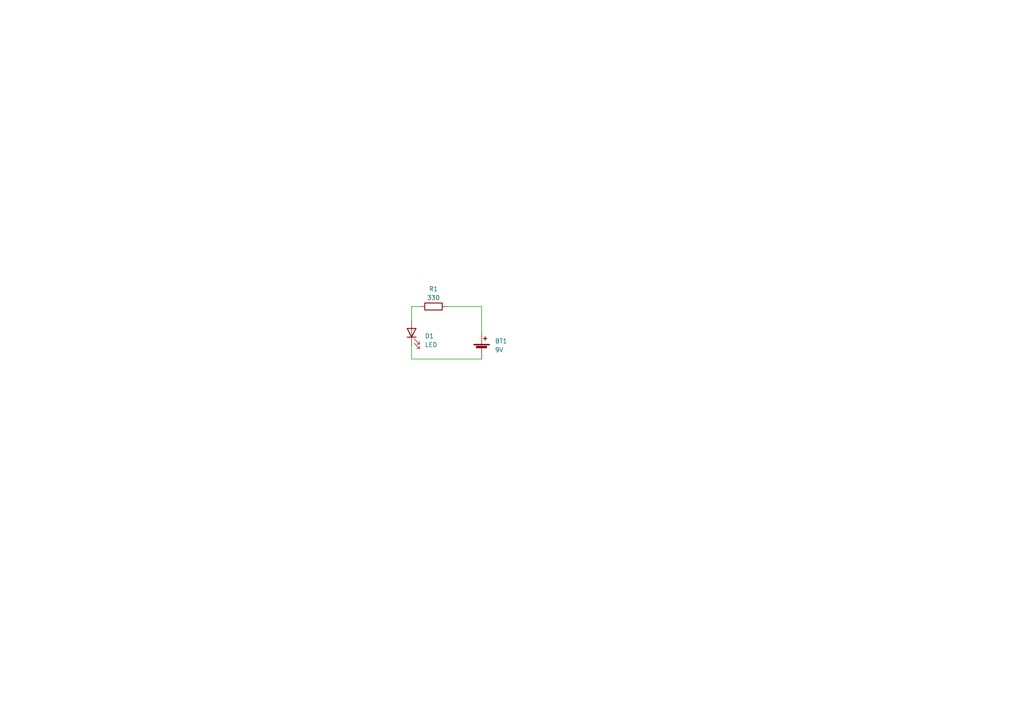
<source format=kicad_sch>
(kicad_sch (version 20230121) (generator eeschema)
  (paper "A4")
  (lib_symbols
    (symbol "Device:Battery_Cell" (pin_numbers hide) (pin_names (offset 0) hide)
      (property "Reference" "BT" (at 2.54 2.54 0))
      (property "Value" "Battery_Cell" (at 2.54 0 0))
      (symbol "Battery_Cell_0_1"
        (rectangle (start -2.286 1.778) (end 2.286 1.524) (fill (type outline)))
        (rectangle (start -1.5748 1.1938) (end 1.4732 0.6858) (fill (type outline)))
        (polyline (pts (xy 0 0.762) (xy 0 0)))
        (polyline (pts (xy 0 1.778) (xy 0 2.54)))
        (polyline (pts (xy 0.508 3.429) (xy 1.524 3.429)) (stroke (width 0.254)))
        (polyline (pts (xy 1.016 3.937) (xy 1.016 2.921)) (stroke (width 0.254)))
      )
      (symbol "Battery_Cell_1_1"
        (pin passive line (at 0 5.08 270) (length 2.54) (name "+") (number "1"))
        (pin passive line (at 0 -2.54 90) (length 2.54) (name "-") (number "2"))
      )
    )
    (symbol "Device:LED" (pin_numbers hide) (pin_names (offset 1.016) hide)
      (property "Reference" "D" (at 0 2.54 0))
      (property "Value" "LED" (at 0 -2.54 0))
      (symbol "LED_0_1"
        (polyline (pts (xy -1.27 -1.27) (xy -1.27 1.27)) (stroke (width 0.254)))
        (polyline (pts (xy -1.27 0) (xy 1.27 0)))
        (polyline (pts (xy 1.27 -1.27) (xy 1.27 1.27) (xy -1.27 0) (xy 1.27 -1.27)) (stroke (width 0.254)))
        (polyline (pts (xy -3.048 -0.762) (xy -4.572 -2.286) (xy -3.81 -2.286) (xy -4.572 -2.286) (xy -4.572 -1.524)))
        (polyline (pts (xy -1.778 -0.762) (xy -3.302 -2.286) (xy -2.54 -2.286) (xy -3.302 -2.286) (xy -3.302 -1.524)))
      )
      (symbol "LED_1_1"
        (pin passive line (at -3.81 0 0) (length 2.54) (name "K") (number "1"))
        (pin passive line (at 3.81 0 180) (length 2.54) (name "A") (number "2"))
      )
    )
    (symbol "Device:R" (pin_numbers hide) (pin_names (offset 0))
      (property "Reference" "R" (at 2.032 0 90))
      (property "Value" "R" (at 0 0 90))
      (symbol "R_0_1"
        (rectangle (start -1.016 -2.54) (end 1.016 2.54) (stroke (width 0.254)))
      )
      (symbol "R_1_1"
        (pin passive line (at 0 3.81 270) (length 1.27) (name "~") (number "1"))
        (pin passive line (at 0 -3.81 90) (length 1.27) (name "~") (number "2"))
      )
    )
  )
  (wire (pts (xy 119.38 100.33) (xy 119.38 104.14)))
  (wire (pts (xy 139.7 88.9) (xy 129.54 88.9)))
  (wire (pts (xy 119.38 104.14) (xy 139.7 104.14)))
  (wire (pts (xy 139.7 88.9) (xy 139.7 96.52)))
  (wire (pts (xy 119.38 88.9) (xy 121.92 88.9)))
  (wire (pts (xy 119.38 88.9) (xy 119.38 92.71)))
  (symbol (lib_id "Device:Battery_Cell") (at 139.7 101.6 0) (unit 1)
    (property "Reference" "BT1" (at 143.51 98.933 0) (effects (justify left)))
    (property "Value" "9V" (at 143.51 101.473 0) (effects (justify left)))
    (property "Footprint" "Battery:BatteryHolder_Bulgin_BX0036_1xC" (effects hide))
  )
  (symbol (lib_id "Device:LED") (at 119.38 96.52 90) (unit 1)
    (property "Reference" "D1" (at 123.19 97.4725 90) (effects (justify right)))
    (property "Value" "LED" (at 123.19 100.0125 90) (effects (justify right)))
    (property "Footprint" "LED_THT:LED_D5.0mm" (effects hide))
  )
  (symbol (lib_id "Device:R") (at 125.73 88.9 90) (unit 1)
    (property "Reference" "R1" (at 125.73 83.82 90))
    (property "Value" "330" (at 125.73 86.36 90))
    (property "Footprint" "Resistor_THT:R_Axial_DIN0204_L3.6mm_D1.6mm_P5.08mm_Horizontal" (effects hide))
  )
)
</source>
